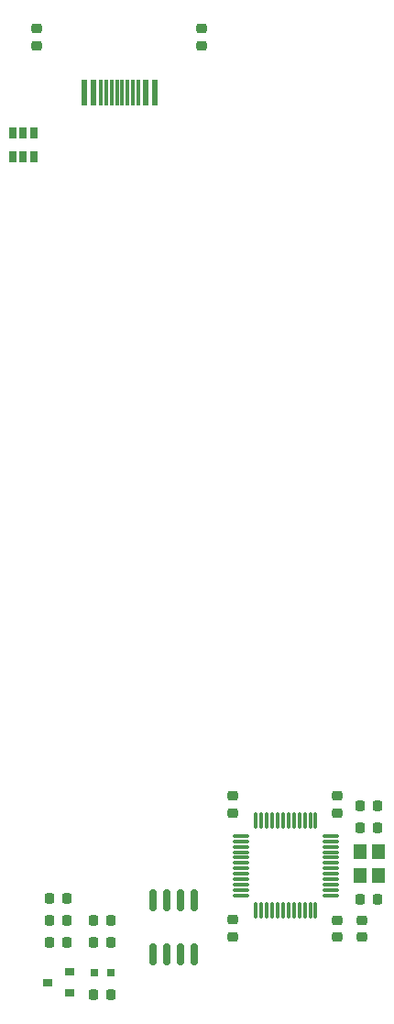
<source format=gbr>
%TF.GenerationSoftware,KiCad,Pcbnew,5.99.0-unknown-3de60231db~128~ubuntu21.04.1*%
%TF.CreationDate,2021-05-22T07:34:53+02:00*%
%TF.ProjectId,dzzy,647a7a79-2e6b-4696-9361-645f70636258,rev?*%
%TF.SameCoordinates,Original*%
%TF.FileFunction,Paste,Top*%
%TF.FilePolarity,Positive*%
%FSLAX46Y46*%
G04 Gerber Fmt 4.6, Leading zero omitted, Abs format (unit mm)*
G04 Created by KiCad (PCBNEW 5.99.0-unknown-3de60231db~128~ubuntu21.04.1) date 2021-05-22 07:34:53*
%MOMM*%
%LPD*%
G01*
G04 APERTURE LIST*
G04 Aperture macros list*
%AMRoundRect*
0 Rectangle with rounded corners*
0 $1 Rounding radius*
0 $2 $3 $4 $5 $6 $7 $8 $9 X,Y pos of 4 corners*
0 Add a 4 corners polygon primitive as box body*
4,1,4,$2,$3,$4,$5,$6,$7,$8,$9,$2,$3,0*
0 Add four circle primitives for the rounded corners*
1,1,$1+$1,$2,$3*
1,1,$1+$1,$4,$5*
1,1,$1+$1,$6,$7*
1,1,$1+$1,$8,$9*
0 Add four rect primitives between the rounded corners*
20,1,$1+$1,$2,$3,$4,$5,0*
20,1,$1+$1,$4,$5,$6,$7,0*
20,1,$1+$1,$6,$7,$8,$9,0*
20,1,$1+$1,$8,$9,$2,$3,0*%
G04 Aperture macros list end*
%ADD10R,0.650000X1.060000*%
%ADD11RoundRect,0.218750X-0.256250X0.218750X-0.256250X-0.218750X0.256250X-0.218750X0.256250X0.218750X0*%
%ADD12RoundRect,0.218750X0.256250X-0.218750X0.256250X0.218750X-0.256250X0.218750X-0.256250X-0.218750X0*%
%ADD13RoundRect,0.218750X-0.218750X-0.256250X0.218750X-0.256250X0.218750X0.256250X-0.218750X0.256250X0*%
%ADD14RoundRect,0.150000X0.150000X-0.825000X0.150000X0.825000X-0.150000X0.825000X-0.150000X-0.825000X0*%
%ADD15RoundRect,0.218750X0.218750X0.256250X-0.218750X0.256250X-0.218750X-0.256250X0.218750X-0.256250X0*%
%ADD16R,1.200000X1.400000*%
%ADD17R,0.570000X2.450000*%
%ADD18R,0.300000X2.450000*%
%ADD19RoundRect,0.075000X0.075000X0.662500X-0.075000X0.662500X-0.075000X-0.662500X0.075000X-0.662500X0*%
%ADD20RoundRect,0.075000X0.662500X0.075000X-0.662500X0.075000X-0.662500X-0.075000X0.662500X-0.075000X0*%
%ADD21R,0.900000X0.800000*%
%ADD22R,0.797560X0.797560*%
G04 APERTURE END LIST*
D10*
%TO.C,U1*%
X87746800Y-33866000D03*
X88696800Y-33866000D03*
X89646800Y-33866000D03*
X89646800Y-31666000D03*
X88696800Y-31666000D03*
X87746800Y-31666000D03*
%TD*%
D11*
%TO.C,C7*%
X108077000Y-104368500D03*
X108077000Y-105943500D03*
%TD*%
D12*
%TO.C,R4*%
X89916000Y-23647500D03*
X89916000Y-22072500D03*
%TD*%
D13*
%TO.C,C13*%
X95224500Y-106426000D03*
X96799500Y-106426000D03*
%TD*%
D14*
%TO.C,U3*%
X100711000Y-107504000D03*
X101981000Y-107504000D03*
X103251000Y-107504000D03*
X104521000Y-107504000D03*
X104521000Y-102554000D03*
X103251000Y-102554000D03*
X101981000Y-102554000D03*
X100711000Y-102554000D03*
%TD*%
D15*
%TO.C,R2*%
X95224500Y-104394000D03*
X96799500Y-104394000D03*
%TD*%
D11*
%TO.C,C12*%
X120015000Y-104381500D03*
X120015000Y-105956500D03*
%TD*%
D12*
%TO.C,R3*%
X105156000Y-23647500D03*
X105156000Y-22072500D03*
%TD*%
D13*
%TO.C,R7*%
X92710100Y-104394000D03*
X91135100Y-104394000D03*
%TD*%
D12*
%TO.C,C10*%
X117729000Y-94513500D03*
X117729000Y-92938500D03*
%TD*%
D13*
%TO.C,R6*%
X92710100Y-102362000D03*
X91135100Y-102362000D03*
%TD*%
D16*
%TO.C,HSE1*%
X121500000Y-100300000D03*
X121500000Y-98100000D03*
X119800000Y-98100000D03*
X119800000Y-100300000D03*
%TD*%
D17*
%TO.C,P1*%
X100825000Y-27925000D03*
X100050000Y-27925000D03*
D18*
X98850000Y-27925000D03*
X97850000Y-27925000D03*
X97350000Y-27925000D03*
D17*
X94375000Y-27925000D03*
X95150000Y-27925000D03*
D18*
X95850000Y-27925000D03*
X96850000Y-27925000D03*
X98350000Y-27925000D03*
X99350000Y-27925000D03*
X96350000Y-27925000D03*
%TD*%
D15*
%TO.C,R5*%
X96799500Y-111252000D03*
X95224500Y-111252000D03*
%TD*%
D19*
%TO.C,U4*%
X115717000Y-103518000D03*
X115217000Y-103518000D03*
X114717000Y-103518000D03*
X114217000Y-103518000D03*
X113717000Y-103518000D03*
X113217000Y-103518000D03*
X112717000Y-103518000D03*
X112217000Y-103518000D03*
X111717000Y-103518000D03*
X111217000Y-103518000D03*
X110717000Y-103518000D03*
X110217000Y-103518000D03*
D20*
X108804500Y-102105500D03*
X108804500Y-101605500D03*
X108804500Y-101105500D03*
X108804500Y-100605500D03*
X108804500Y-100105500D03*
X108804500Y-99605500D03*
X108804500Y-99105500D03*
X108804500Y-98605500D03*
X108804500Y-98105500D03*
X108804500Y-97605500D03*
X108804500Y-97105500D03*
X108804500Y-96605500D03*
D19*
X110217000Y-95193000D03*
X110717000Y-95193000D03*
X111217000Y-95193000D03*
X111717000Y-95193000D03*
X112217000Y-95193000D03*
X112717000Y-95193000D03*
X113217000Y-95193000D03*
X113717000Y-95193000D03*
X114217000Y-95193000D03*
X114717000Y-95193000D03*
X115217000Y-95193000D03*
X115717000Y-95193000D03*
D20*
X117129500Y-96605500D03*
X117129500Y-97105500D03*
X117129500Y-97605500D03*
X117129500Y-98105500D03*
X117129500Y-98605500D03*
X117129500Y-99105500D03*
X117129500Y-99605500D03*
X117129500Y-100105500D03*
X117129500Y-100605500D03*
X117129500Y-101105500D03*
X117129500Y-101605500D03*
X117129500Y-102105500D03*
%TD*%
D15*
%TO.C,C15*%
X121437500Y-102502000D03*
X119862500Y-102502000D03*
%TD*%
%TO.C,C16*%
X121437500Y-93866000D03*
X119862500Y-93866000D03*
%TD*%
D12*
%TO.C,C11*%
X108077000Y-94513500D03*
X108077000Y-92938500D03*
%TD*%
D21*
%TO.C,U2*%
X92948000Y-111089589D03*
X92948000Y-109189589D03*
X90948000Y-110139589D03*
%TD*%
D22*
%TO.C,D7*%
X95262700Y-109220000D03*
X96761300Y-109220000D03*
%TD*%
D13*
%TO.C,C9*%
X91160500Y-106426000D03*
X92735500Y-106426000D03*
%TD*%
D11*
%TO.C,C8*%
X117729000Y-104381500D03*
X117729000Y-105956500D03*
%TD*%
D13*
%TO.C,R12*%
X119862500Y-95898000D03*
X121437500Y-95898000D03*
%TD*%
M02*

</source>
